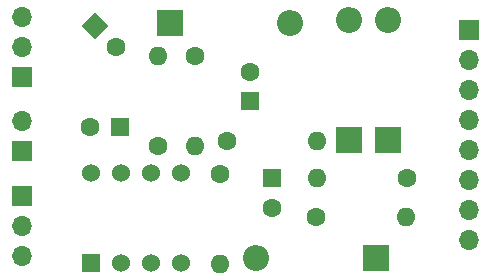
<source format=gbs>
G04 #@! TF.GenerationSoftware,KiCad,Pcbnew,7.0.10-7.0.10~ubuntu20.04.1*
G04 #@! TF.CreationDate,2024-06-13T18:01:27-03:00*
G04 #@! TF.ProjectId,Condicionamento_compacto_V01a,436f6e64-6963-4696-9f6e-616d656e746f,rev?*
G04 #@! TF.SameCoordinates,Original*
G04 #@! TF.FileFunction,Soldermask,Bot*
G04 #@! TF.FilePolarity,Negative*
%FSLAX46Y46*%
G04 Gerber Fmt 4.6, Leading zero omitted, Abs format (unit mm)*
G04 Created by KiCad (PCBNEW 7.0.10-7.0.10~ubuntu20.04.1) date 2024-06-13 18:01:27*
%MOMM*%
%LPD*%
G01*
G04 APERTURE LIST*
G04 Aperture macros list*
%AMRotRect*
0 Rectangle, with rotation*
0 The origin of the aperture is its center*
0 $1 length*
0 $2 width*
0 $3 Rotation angle, in degrees counterclockwise*
0 Add horizontal line*
21,1,$1,$2,0,0,$3*%
G04 Aperture macros list end*
%ADD10R,1.700000X1.700000*%
%ADD11O,1.700000X1.700000*%
%ADD12R,1.600000X1.600000*%
%ADD13C,1.600000*%
%ADD14O,1.600000X1.600000*%
%ADD15R,1.524000X1.524000*%
%ADD16C,1.524000*%
%ADD17R,2.200000X2.200000*%
%ADD18O,2.200000X2.200000*%
%ADD19RotRect,1.600000X1.600000X315.000000*%
G04 APERTURE END LIST*
D10*
X124100000Y-98625000D03*
D11*
X124100000Y-96085000D03*
D12*
X132400000Y-96550000D03*
D13*
X129900000Y-96550000D03*
X135600000Y-98200000D03*
D14*
X135600000Y-90580000D03*
D10*
X124100000Y-102450000D03*
D11*
X124100000Y-104990000D03*
X124100000Y-107530000D03*
D13*
X156710000Y-100850000D03*
D14*
X149090000Y-100850000D03*
D10*
X124105000Y-92300000D03*
D11*
X124105000Y-89760000D03*
X124105000Y-87220000D03*
D15*
X129945100Y-108060000D03*
D16*
X132485100Y-108060000D03*
X135025100Y-108060000D03*
X137565100Y-108060000D03*
X137565100Y-100440000D03*
X135025100Y-100440000D03*
X132485100Y-100440000D03*
X129945100Y-100440000D03*
D17*
X154130000Y-107650000D03*
D18*
X143970000Y-107650000D03*
D12*
X143400000Y-94400000D03*
D13*
X143400000Y-91900000D03*
D17*
X151850000Y-97680000D03*
D18*
X151850000Y-87520000D03*
D12*
X145250000Y-100900000D03*
D13*
X145250000Y-103400000D03*
D17*
X136620000Y-87800000D03*
D18*
X146780000Y-87800000D03*
D13*
X140855100Y-100540000D03*
D14*
X140855100Y-108160000D03*
D13*
X141450000Y-97750000D03*
D14*
X149070000Y-97750000D03*
D13*
X138800000Y-90590000D03*
D14*
X138800000Y-98210000D03*
D10*
X162000000Y-88360000D03*
D11*
X162000000Y-90900000D03*
X162000000Y-93440000D03*
X162000000Y-95980000D03*
X162000000Y-98520000D03*
X162000000Y-101060000D03*
X162000000Y-103600000D03*
X162000000Y-106140000D03*
D19*
X130300000Y-88000000D03*
D13*
X132067767Y-89767767D03*
D17*
X155150000Y-97680000D03*
D18*
X155150000Y-87520000D03*
D13*
X148990000Y-104200000D03*
D14*
X156610000Y-104200000D03*
M02*

</source>
